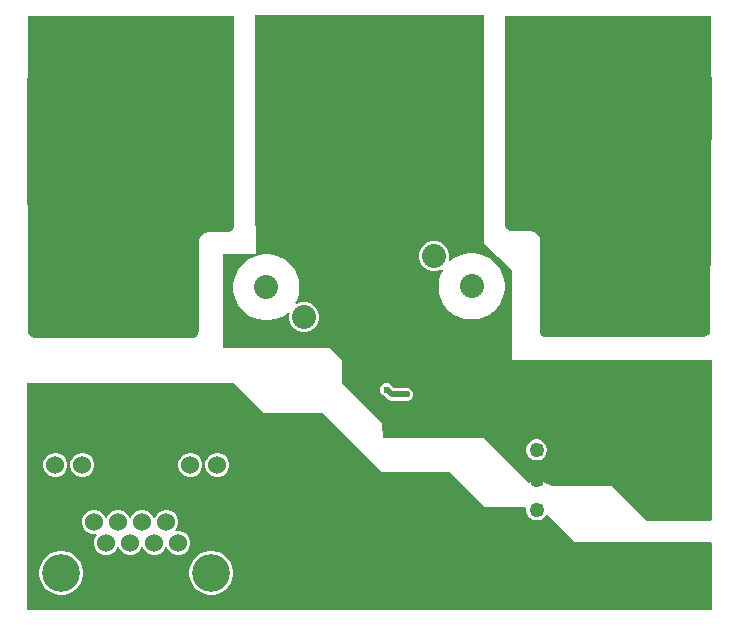
<source format=gbr>
G04*
G04 #@! TF.GenerationSoftware,Altium Limited,Altium Designer,23.5.1 (21)*
G04*
G04 Layer_Physical_Order=2*
G04 Layer_Color=16711680*
%FSLAX44Y44*%
%MOMM*%
G71*
G04*
G04 #@! TF.SameCoordinates,400D6350-3BAC-4576-97D5-205421131FC2*
G04*
G04*
G04 #@! TF.FilePolarity,Positive*
G04*
G01*
G75*
%ADD49C,0.5080*%
%ADD51C,1.2548*%
G04:AMPARAMS|DCode=52|XSize=8.6614mm|YSize=14.3002mm|CornerRadius=0.4331mm|HoleSize=0mm|Usage=FLASHONLY|Rotation=270.000|XOffset=0mm|YOffset=0mm|HoleType=Round|Shape=RoundedRectangle|*
%AMROUNDEDRECTD52*
21,1,8.6614,13.4341,0,0,270.0*
21,1,7.7953,14.3002,0,0,270.0*
1,1,0.8661,-6.7170,-3.8976*
1,1,0.8661,-6.7170,3.8976*
1,1,0.8661,6.7170,3.8976*
1,1,0.8661,6.7170,-3.8976*
%
%ADD52ROUNDEDRECTD52*%
%ADD53C,2.0320*%
%ADD54C,0.6350*%
%ADD55R,17.4625X17.4625*%
%ADD56C,1.5240*%
%ADD57C,3.2004*%
%ADD58C,2.2098*%
%ADD59C,0.6000*%
G36*
X178464Y330298D02*
X178464Y329647D01*
X178210Y328371D01*
X177713Y327170D01*
X176990Y326088D01*
X176070Y325168D01*
X174988Y324445D01*
X173787Y323947D01*
X172511Y323694D01*
X171860Y323694D01*
X156874D01*
X156053Y323653D01*
X154441Y323333D01*
X152923Y322704D01*
X151557Y321791D01*
X150395Y320629D01*
X149482Y319263D01*
X148853Y317745D01*
X148533Y316133D01*
X148492Y315312D01*
X148492Y241906D01*
X148492Y241205D01*
X148219Y239831D01*
X147683Y238537D01*
X146904Y237372D01*
X145914Y236381D01*
X144749Y235603D01*
X143455Y235067D01*
X142081Y234794D01*
X141380Y234794D01*
X8493D01*
X6533Y235606D01*
X5032Y237106D01*
X4220Y239067D01*
Y240128D01*
X3209Y454112D01*
X4104Y455012D01*
X178464D01*
X178464Y330298D01*
D02*
G37*
G36*
X582672Y455030D02*
X581660Y241046D01*
Y239985D01*
X580848Y238025D01*
X579347Y236524D01*
X577387Y235712D01*
X444500D01*
X443800Y235712D01*
X442425Y235985D01*
X441131Y236521D01*
X439966Y237300D01*
X438976Y238290D01*
X438197Y239455D01*
X437661Y240749D01*
X437388Y242124D01*
X437388Y242824D01*
X437388Y316230D01*
X437348Y317052D01*
X437027Y318663D01*
X436398Y320181D01*
X435485Y321548D01*
X434324Y322709D01*
X432957Y323622D01*
X431439Y324251D01*
X429828Y324572D01*
X429006Y324612D01*
X414020D01*
X413370Y324612D01*
X412094Y324866D01*
X410892Y325364D01*
X409810Y326086D01*
X408890Y327006D01*
X408168Y328088D01*
X407670Y329290D01*
X407416Y330565D01*
X407416Y331216D01*
X407416Y455930D01*
X581776D01*
X582672Y455030D01*
D02*
G37*
G36*
X389700Y457448D02*
X389550Y455930D01*
X389550Y331217D01*
X389550Y330566D01*
X389550Y330566D01*
X389550Y330565D01*
X389700Y329047D01*
Y315019D01*
X389382Y314706D01*
X413512Y291846D01*
Y215646D01*
X582880D01*
Y135739D01*
X582802Y112700D01*
X582692Y80524D01*
X581889Y79408D01*
X581811Y79332D01*
X526923Y79192D01*
X497906Y108809D01*
X447422Y109004D01*
X445988Y109962D01*
X441610Y111775D01*
X436963Y112700D01*
X432225D01*
X427578Y111775D01*
X427552Y111765D01*
X426604Y112700D01*
X389178Y149606D01*
X304292D01*
X303530Y162560D01*
X270002Y195326D01*
Y215646D01*
X258826Y225806D01*
X169021D01*
Y305562D01*
X196865D01*
Y329333D01*
X196330Y329648D01*
X196330Y330298D01*
X196330Y455012D01*
X196024Y458117D01*
Y507765D01*
X271084Y507849D01*
X362175Y507950D01*
X389700D01*
Y457448D01*
D02*
G37*
G36*
X203922Y170754D02*
X253561Y170475D01*
X302897Y120650D01*
X360529D01*
X390797Y90932D01*
X425039D01*
X425812Y89924D01*
X425780Y89806D01*
Y87486D01*
X426381Y85244D01*
X427541Y83234D01*
X429182Y81593D01*
X431192Y80433D01*
X433434Y79832D01*
X435754D01*
X437996Y80433D01*
X440006Y81593D01*
X441647Y83234D01*
X442068Y83964D01*
X443326Y84144D01*
X467348Y61174D01*
X581856Y61466D01*
X582756Y60569D01*
Y3810D01*
X2590D01*
Y196342D01*
X177546D01*
X203922Y170754D01*
D02*
G37*
%LPC*%
G36*
X349398Y315976D02*
X346054D01*
X342824Y315110D01*
X339928Y313438D01*
X337564Y311074D01*
X335891Y308178D01*
X335026Y304948D01*
Y301604D01*
X335891Y298374D01*
X337564Y295478D01*
X339928Y293113D01*
X342824Y291441D01*
X346054Y290576D01*
X349398D01*
X352628Y291441D01*
X354012Y292241D01*
X354973Y291329D01*
X353583Y288601D01*
X352224Y284419D01*
X351536Y280075D01*
Y275677D01*
X352224Y271333D01*
X353583Y267151D01*
X355580Y263232D01*
X358165Y259674D01*
X361274Y256565D01*
X364832Y253980D01*
X368751Y251983D01*
X372933Y250624D01*
X377277Y249936D01*
X381675D01*
X386019Y250624D01*
X390201Y251983D01*
X394120Y253980D01*
X397678Y256565D01*
X400787Y259674D01*
X403372Y263232D01*
X405369Y267151D01*
X406728Y271333D01*
X407416Y275677D01*
Y280075D01*
X406728Y284419D01*
X405369Y288601D01*
X403372Y292520D01*
X400787Y296078D01*
X397678Y299187D01*
X394120Y301772D01*
X390201Y303769D01*
X386019Y305128D01*
X381675Y305816D01*
X377277D01*
X372933Y305128D01*
X368751Y303769D01*
X364832Y301772D01*
X361274Y299187D01*
X361027Y298940D01*
X359888Y299597D01*
X360426Y301604D01*
Y304948D01*
X359561Y308178D01*
X357888Y311074D01*
X355524Y313438D01*
X352628Y315110D01*
X349398Y315976D01*
D02*
G37*
G36*
X207939Y305054D02*
X203541D01*
X199197Y304366D01*
X195015Y303007D01*
X191096Y301010D01*
X187538Y298425D01*
X184429Y295316D01*
X181844Y291758D01*
X179847Y287839D01*
X178488Y283657D01*
X177800Y279313D01*
Y274915D01*
X178488Y270571D01*
X179847Y266389D01*
X181844Y262470D01*
X184429Y258912D01*
X187538Y255803D01*
X191096Y253218D01*
X195015Y251221D01*
X199197Y249862D01*
X203541Y249174D01*
X207939D01*
X212283Y249862D01*
X216465Y251221D01*
X220384Y253218D01*
X223942Y255803D01*
X224189Y256050D01*
X225328Y255392D01*
X224790Y253386D01*
Y250042D01*
X225655Y246812D01*
X227327Y243916D01*
X229692Y241551D01*
X232588Y239879D01*
X235818Y239014D01*
X239162D01*
X242392Y239879D01*
X245288Y241551D01*
X247652Y243916D01*
X249324Y246812D01*
X250190Y250042D01*
Y253386D01*
X249324Y256616D01*
X247652Y259512D01*
X245288Y261877D01*
X242392Y263549D01*
X239162Y264414D01*
X235818D01*
X232588Y263549D01*
X231204Y262750D01*
X230243Y263661D01*
X231633Y266389D01*
X232992Y270571D01*
X233680Y274915D01*
Y279313D01*
X232992Y283657D01*
X231633Y287839D01*
X229636Y291758D01*
X227051Y295316D01*
X223942Y298425D01*
X220384Y301010D01*
X216465Y303007D01*
X212283Y304366D01*
X207939Y305054D01*
D02*
G37*
G36*
X308696Y195786D02*
X306492D01*
X304456Y194943D01*
X302897Y193384D01*
X302054Y191348D01*
Y189144D01*
X302897Y187108D01*
X304456Y185549D01*
X305751Y185013D01*
X307990Y182773D01*
X309671Y181651D01*
X311653Y181257D01*
X322386D01*
X323256Y180896D01*
X325460D01*
X327496Y181739D01*
X329055Y183298D01*
X329898Y185334D01*
Y187538D01*
X329055Y189574D01*
X327496Y191133D01*
X325460Y191976D01*
X323256D01*
X322386Y191616D01*
X313798D01*
X312475Y192939D01*
X312291Y193384D01*
X310732Y194943D01*
X308696Y195786D01*
D02*
G37*
G36*
X435754Y148260D02*
X433434D01*
X431192Y147659D01*
X429182Y146499D01*
X427541Y144858D01*
X426381Y142848D01*
X425780Y140606D01*
Y138286D01*
X426381Y136044D01*
X427541Y134034D01*
X429182Y132393D01*
X431192Y131233D01*
X433434Y130632D01*
X435754D01*
X437996Y131233D01*
X440006Y132393D01*
X441647Y134034D01*
X442807Y136044D01*
X443408Y138286D01*
Y140606D01*
X442807Y142848D01*
X441647Y144858D01*
X440006Y146499D01*
X437996Y147659D01*
X435754Y148260D01*
D02*
G37*
G36*
X165422Y136906D02*
X162746D01*
X160162Y136214D01*
X157846Y134876D01*
X155954Y132984D01*
X154616Y130668D01*
X153924Y128084D01*
Y125408D01*
X154616Y122824D01*
X155954Y120508D01*
X157846Y118616D01*
X160162Y117278D01*
X162746Y116586D01*
X165422D01*
X168006Y117278D01*
X170322Y118616D01*
X172214Y120508D01*
X173552Y122824D01*
X174244Y125408D01*
Y128084D01*
X173552Y130668D01*
X172214Y132984D01*
X170322Y134876D01*
X168006Y136214D01*
X165422Y136906D01*
D02*
G37*
G36*
X142562D02*
X139886D01*
X137302Y136214D01*
X134986Y134876D01*
X133094Y132984D01*
X131756Y130668D01*
X131064Y128084D01*
Y125408D01*
X131756Y122824D01*
X133094Y120508D01*
X134986Y118616D01*
X137302Y117278D01*
X139886Y116586D01*
X142562D01*
X145146Y117278D01*
X147462Y118616D01*
X149354Y120508D01*
X150692Y122824D01*
X151384Y125408D01*
Y128084D01*
X150692Y130668D01*
X149354Y132984D01*
X147462Y134876D01*
X145146Y136214D01*
X142562Y136906D01*
D02*
G37*
G36*
X51122D02*
X48446D01*
X45862Y136214D01*
X43546Y134876D01*
X41654Y132984D01*
X40316Y130668D01*
X39624Y128084D01*
Y125408D01*
X40316Y122824D01*
X41654Y120508D01*
X43546Y118616D01*
X45862Y117278D01*
X48446Y116586D01*
X51122D01*
X53706Y117278D01*
X56022Y118616D01*
X57914Y120508D01*
X59252Y122824D01*
X59944Y125408D01*
Y128084D01*
X59252Y130668D01*
X57914Y132984D01*
X56022Y134876D01*
X53706Y136214D01*
X51122Y136906D01*
D02*
G37*
G36*
X28262D02*
X25586D01*
X23002Y136214D01*
X20686Y134876D01*
X18794Y132984D01*
X17456Y130668D01*
X16764Y128084D01*
Y125408D01*
X17456Y122824D01*
X18794Y120508D01*
X20686Y118616D01*
X23002Y117278D01*
X25586Y116586D01*
X28262D01*
X30846Y117278D01*
X33162Y118616D01*
X35054Y120508D01*
X36392Y122824D01*
X37084Y125408D01*
Y128084D01*
X36392Y130668D01*
X35054Y132984D01*
X33162Y134876D01*
X30846Y136214D01*
X28262Y136906D01*
D02*
G37*
G36*
X122178Y88646D02*
X119503D01*
X116919Y87954D01*
X114602Y86616D01*
X112711Y84724D01*
X111373Y82408D01*
X111274Y82040D01*
X109960D01*
X109861Y82408D01*
X108524Y84724D01*
X106632Y86616D01*
X104315Y87954D01*
X101731Y88646D01*
X99056D01*
X96472Y87954D01*
X94155Y86616D01*
X92263Y84724D01*
X90926Y82408D01*
X90869Y82193D01*
X89599D01*
X89541Y82408D01*
X88203Y84724D01*
X86312Y86616D01*
X83995Y87954D01*
X81411Y88646D01*
X78736D01*
X76152Y87954D01*
X73835Y86616D01*
X71943Y84724D01*
X70606Y82408D01*
X70539Y82159D01*
X69224D01*
X69158Y82408D01*
X67820Y84724D01*
X65928Y86616D01*
X63612Y87954D01*
X61028Y88646D01*
X58352D01*
X55768Y87954D01*
X53452Y86616D01*
X51560Y84724D01*
X50222Y82408D01*
X49530Y79824D01*
Y77148D01*
X50222Y74564D01*
X51560Y72248D01*
X53452Y70356D01*
X55768Y69018D01*
X58352Y68326D01*
X61028D01*
X61494Y68451D01*
X62151Y67312D01*
X61783Y66944D01*
X60446Y64628D01*
X59753Y62044D01*
Y59368D01*
X60446Y56784D01*
X61783Y54468D01*
X63675Y52576D01*
X65992Y51238D01*
X68576Y50546D01*
X71251D01*
X73835Y51238D01*
X76152Y52576D01*
X78043Y54468D01*
X79381Y56784D01*
X79448Y57033D01*
X80763D01*
X80829Y56784D01*
X82167Y54468D01*
X84059Y52576D01*
X86375Y51238D01*
X88959Y50546D01*
X91635D01*
X94219Y51238D01*
X96535Y52576D01*
X98427Y54468D01*
X99765Y56784D01*
X99831Y57033D01*
X101146D01*
X101213Y56784D01*
X102550Y54468D01*
X104442Y52576D01*
X106759Y51238D01*
X109343Y50546D01*
X112018D01*
X114602Y51238D01*
X116919Y52576D01*
X118811Y54468D01*
X120148Y56784D01*
X120215Y57033D01*
X121530D01*
X121596Y56784D01*
X122934Y54468D01*
X124826Y52576D01*
X127142Y51238D01*
X129726Y50546D01*
X132402D01*
X134986Y51238D01*
X137302Y52576D01*
X139194Y54468D01*
X140532Y56784D01*
X141224Y59368D01*
Y62044D01*
X140532Y64628D01*
X139194Y66944D01*
X137302Y68836D01*
X134986Y70174D01*
X132402Y70866D01*
X129726D01*
X129260Y70741D01*
X128603Y71880D01*
X128970Y72248D01*
X130308Y74564D01*
X131000Y77148D01*
Y79824D01*
X130308Y82408D01*
X128970Y84724D01*
X127079Y86616D01*
X124762Y87954D01*
X122178Y88646D01*
D02*
G37*
G36*
X160830Y53848D02*
X157178D01*
X153596Y53135D01*
X150221Y51738D01*
X147184Y49708D01*
X144601Y47126D01*
X142572Y44089D01*
X141175Y40715D01*
X140462Y37132D01*
Y33480D01*
X141175Y29897D01*
X142572Y26523D01*
X144601Y23486D01*
X147184Y20903D01*
X150221Y18874D01*
X153596Y17477D01*
X157178Y16764D01*
X160830D01*
X164412Y17477D01*
X167787Y18874D01*
X170824Y20903D01*
X173407Y23486D01*
X175436Y26523D01*
X176833Y29897D01*
X177546Y33480D01*
Y37132D01*
X176833Y40715D01*
X175436Y44089D01*
X173407Y47126D01*
X170824Y49708D01*
X167787Y51738D01*
X164412Y53135D01*
X160830Y53848D01*
D02*
G37*
G36*
X33830D02*
X30178D01*
X26595Y53135D01*
X23221Y51738D01*
X20184Y49708D01*
X17601Y47126D01*
X15572Y44089D01*
X14175Y40715D01*
X13462Y37132D01*
Y33480D01*
X14175Y29897D01*
X15572Y26523D01*
X17601Y23486D01*
X20184Y20903D01*
X23221Y18874D01*
X26595Y17477D01*
X30178Y16764D01*
X33830D01*
X37413Y17477D01*
X40787Y18874D01*
X43824Y20903D01*
X46406Y23486D01*
X48436Y26523D01*
X49833Y29897D01*
X50546Y33480D01*
Y37132D01*
X49833Y40715D01*
X48436Y44089D01*
X46406Y47126D01*
X43824Y49708D01*
X40787Y51738D01*
X37413Y53135D01*
X33830Y53848D01*
D02*
G37*
%LPD*%
D49*
X311653Y186436D02*
X324358D01*
X307843Y190246D02*
X311653Y186436D01*
X307594Y190246D02*
X307843D01*
D51*
X434594Y63246D02*
D03*
Y88646D02*
D03*
Y114046D02*
D03*
Y139446D02*
D03*
D52*
X508762Y277876D02*
D03*
X76454Y277114D02*
D03*
D53*
X347726Y303276D02*
D03*
X379476Y277876D02*
D03*
X347726Y252476D02*
D03*
X237490Y251714D02*
D03*
X205740Y277114D02*
D03*
X237490Y302514D02*
D03*
D54*
X574294Y314960D02*
D03*
Y303530D02*
D03*
Y292100D02*
D03*
Y280670D02*
D03*
Y269240D02*
D03*
Y257810D02*
D03*
Y246380D02*
D03*
X565404Y308610D02*
D03*
Y297180D02*
D03*
Y262890D02*
D03*
Y251460D02*
D03*
Y240030D02*
D03*
X556514Y314960D02*
D03*
Y303530D02*
D03*
Y246380D02*
D03*
X546354Y308610D02*
D03*
Y251460D02*
D03*
Y240030D02*
D03*
X536194Y313690D02*
D03*
Y302260D02*
D03*
Y245110D02*
D03*
X524764Y307340D02*
D03*
Y295910D02*
D03*
Y261620D02*
D03*
Y250190D02*
D03*
Y238760D02*
D03*
X513334Y313690D02*
D03*
Y302260D02*
D03*
Y290830D02*
D03*
Y279400D02*
D03*
Y267970D02*
D03*
Y256540D02*
D03*
Y245110D02*
D03*
X501904Y307340D02*
D03*
Y295910D02*
D03*
Y284480D02*
D03*
Y273050D02*
D03*
Y261620D02*
D03*
Y250190D02*
D03*
Y238760D02*
D03*
X490474Y313690D02*
D03*
Y302260D02*
D03*
Y290830D02*
D03*
Y279400D02*
D03*
Y267970D02*
D03*
Y256540D02*
D03*
Y245110D02*
D03*
X479044Y307340D02*
D03*
Y295910D02*
D03*
Y284480D02*
D03*
Y273050D02*
D03*
Y261620D02*
D03*
Y250190D02*
D03*
Y238760D02*
D03*
X467614Y313690D02*
D03*
Y302260D02*
D03*
Y290830D02*
D03*
Y279400D02*
D03*
Y267970D02*
D03*
Y256540D02*
D03*
Y245110D02*
D03*
X456184Y307340D02*
D03*
Y295910D02*
D03*
Y284480D02*
D03*
Y273050D02*
D03*
Y261620D02*
D03*
Y250190D02*
D03*
Y238760D02*
D03*
X446024Y312420D02*
D03*
Y300990D02*
D03*
Y289560D02*
D03*
Y278130D02*
D03*
Y266700D02*
D03*
Y255270D02*
D03*
Y243840D02*
D03*
X10922Y240030D02*
D03*
Y251460D02*
D03*
Y262890D02*
D03*
Y274320D02*
D03*
Y285750D02*
D03*
Y297180D02*
D03*
Y308610D02*
D03*
X19812Y246380D02*
D03*
Y257810D02*
D03*
Y292100D02*
D03*
Y303530D02*
D03*
Y314960D02*
D03*
X28702Y240030D02*
D03*
Y251460D02*
D03*
Y308610D02*
D03*
X38862Y246380D02*
D03*
Y303530D02*
D03*
Y314960D02*
D03*
X49022Y241300D02*
D03*
Y252730D02*
D03*
Y309880D02*
D03*
X60452Y247650D02*
D03*
Y259080D02*
D03*
Y293370D02*
D03*
Y304800D02*
D03*
Y316230D02*
D03*
X71882Y241300D02*
D03*
Y252730D02*
D03*
Y264160D02*
D03*
Y275590D02*
D03*
Y287020D02*
D03*
Y298450D02*
D03*
Y309880D02*
D03*
X83312Y247650D02*
D03*
Y259080D02*
D03*
Y270510D02*
D03*
Y281940D02*
D03*
Y293370D02*
D03*
Y304800D02*
D03*
Y316230D02*
D03*
X94742Y241300D02*
D03*
Y252730D02*
D03*
Y264160D02*
D03*
Y275590D02*
D03*
Y287020D02*
D03*
Y298450D02*
D03*
Y309880D02*
D03*
X106172Y247650D02*
D03*
Y259080D02*
D03*
Y270510D02*
D03*
Y281940D02*
D03*
Y293370D02*
D03*
Y304800D02*
D03*
Y316230D02*
D03*
X117602Y241300D02*
D03*
Y252730D02*
D03*
Y264160D02*
D03*
Y275590D02*
D03*
Y287020D02*
D03*
Y298450D02*
D03*
Y309880D02*
D03*
X129032Y247650D02*
D03*
Y259080D02*
D03*
Y270510D02*
D03*
Y281940D02*
D03*
Y293370D02*
D03*
Y304800D02*
D03*
Y316230D02*
D03*
X139192Y242570D02*
D03*
Y254000D02*
D03*
Y265430D02*
D03*
Y276860D02*
D03*
Y288290D02*
D03*
Y299720D02*
D03*
Y311150D02*
D03*
X303530Y171196D02*
D03*
X353759Y12509D02*
D03*
X257632Y115743D02*
D03*
X231902Y163830D02*
D03*
X297688Y302006D02*
D03*
X289052D02*
D03*
X350266Y183642D02*
D03*
X558038Y158496D02*
D03*
X495554Y208026D02*
D03*
X297688Y310388D02*
D03*
X293370Y294132D02*
D03*
X289052Y310388D02*
D03*
X292862Y459232D02*
D03*
Y467614D02*
D03*
Y476504D02*
D03*
Y484886D02*
D03*
Y493268D02*
D03*
X148336Y181864D02*
D03*
X46990Y180340D02*
D03*
X322580Y60706D02*
D03*
X326136Y78994D02*
D03*
X475385Y154334D02*
D03*
X473710Y184404D02*
D03*
X423926Y185674D02*
D03*
X520446Y13970D02*
D03*
X359918Y95250D02*
D03*
D55*
X494792Y419608D02*
D03*
X90932D02*
D03*
D56*
X131064Y60706D02*
D03*
X120841Y78486D02*
D03*
X110681Y60706D02*
D03*
X100393Y78486D02*
D03*
X90297Y60706D02*
D03*
X80073Y78486D02*
D03*
X69914Y60706D02*
D03*
X59690Y78486D02*
D03*
X164084Y126746D02*
D03*
X141224D02*
D03*
X49784D02*
D03*
X26924D02*
D03*
D57*
X32004Y35306D02*
D03*
X159004D02*
D03*
D58*
X14224Y69596D02*
D03*
X176784D02*
D03*
D59*
X324358Y186436D02*
D03*
X307594Y190246D02*
D03*
M02*

</source>
